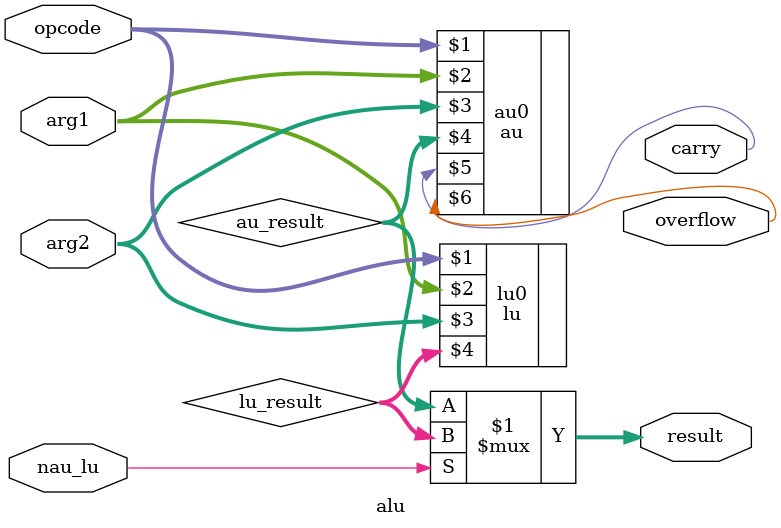
<source format=v>
`include "au.v"
`include "lu.v"

module alu(
    input wire nau_lu,
    input wire [2:0] opcode,
    input wire [15:0] arg1,
    input wire [15:0] arg2,
    output wire [15:0] result,
    output wire carry,
    output wire overflow);

wire [15:0] au_result;
wire [15:0] lu_result;

au au0 (opcode, arg1, arg2, au_result, carry, overflow);
lu lu0 (opcode, arg1, arg2, lu_result);

assign result = nau_lu ? lu_result : au_result;

endmodule // alu

</source>
